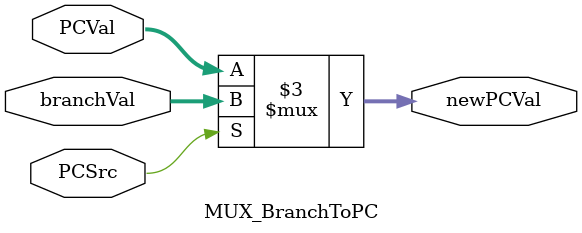
<source format=sv>
module MUX_BranchToPC(
input logic PCSrc,
input logic[31:0] PCVal,
input logic[31:0] branchVal,
output logic[31:0] newPCVal
);


	always_comb begin
		if(PCSrc) begin
			newPCVal = branchVal;
		end
		else begin
			newPCVal = PCVal;
		end
	end
		
endmodule


</source>
